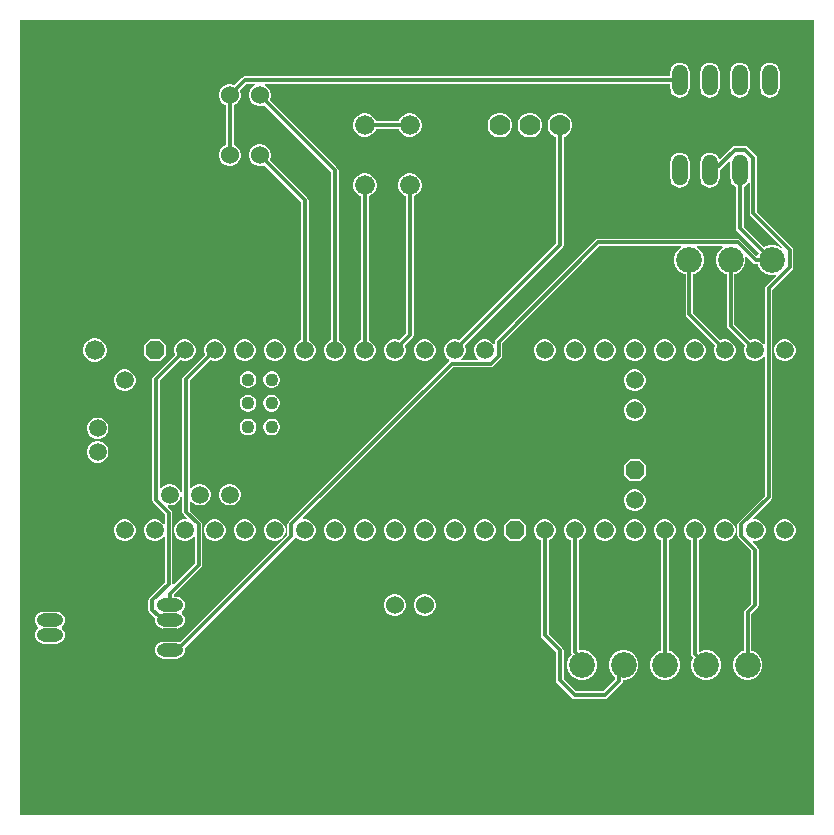
<source format=gbr>
%TF.GenerationSoftware,Altium Limited,Altium Designer,23.10.1 (27)*%
G04 Layer_Physical_Order=2*
G04 Layer_Color=16711680*
%FSLAX45Y45*%
%MOMM*%
%TF.SameCoordinates,10BCB56E-5FA9-464D-A73E-0568A997705D*%
%TF.FilePolarity,Positive*%
%TF.FileFunction,Copper,L2,Bot,Signal*%
%TF.Part,Single*%
G01*
G75*
%TA.AperFunction,ComponentPad*%
%ADD10C,2.18440*%
%ADD11C,1.52400*%
%ADD12C,1.10795*%
%ADD13C,1.50800*%
%ADD14R,1.50800X1.50800*%
G04:AMPARAMS|DCode=15|XSize=1.508mm|YSize=1.508mm|CornerRadius=0mm|HoleSize=0mm|Usage=FLASHONLY|Rotation=90.000|XOffset=0mm|YOffset=0mm|HoleType=Round|Shape=Octagon|*
%AMOCTAGOND15*
4,1,8,0.37700,0.75400,-0.37700,0.75400,-0.75400,0.37700,-0.75400,-0.37700,-0.37700,-0.75400,0.37700,-0.75400,0.75400,-0.37700,0.75400,0.37700,0.37700,0.75400,0.0*
%
%ADD15OCTAGOND15*%

%ADD16C,1.67640*%
%ADD17R,1.50800X1.50800*%
%ADD18C,1.77800*%
%ADD19O,1.32080X2.64160*%
%ADD20O,2.21590X1.10795*%
%TA.AperFunction,Conductor*%
%ADD21C,0.30480*%
G36*
X9897529Y1143000D02*
X3175000D01*
Y7874000D01*
X9897529D01*
Y1143000D01*
D02*
G37*
%LPC*%
G36*
X9525000Y7514021D02*
X9503782Y7511228D01*
X9484009Y7503038D01*
X9467031Y7490009D01*
X9454002Y7473031D01*
X9445812Y7453258D01*
X9443019Y7432040D01*
Y7299960D01*
X9445812Y7278742D01*
X9454002Y7258969D01*
X9467031Y7241991D01*
X9484009Y7228962D01*
X9503782Y7220772D01*
X9525000Y7217979D01*
X9546218Y7220772D01*
X9565991Y7228962D01*
X9582969Y7241991D01*
X9595998Y7258969D01*
X9604188Y7278742D01*
X9606981Y7299960D01*
Y7432040D01*
X9604188Y7453258D01*
X9595998Y7473031D01*
X9582969Y7490009D01*
X9565991Y7503038D01*
X9546218Y7511228D01*
X9525000Y7514021D01*
D02*
G37*
G36*
X9271000D02*
X9249782Y7511228D01*
X9230009Y7503038D01*
X9213031Y7490009D01*
X9200002Y7473031D01*
X9191812Y7453258D01*
X9189019Y7432040D01*
Y7299960D01*
X9191812Y7278742D01*
X9200002Y7258969D01*
X9213031Y7241991D01*
X9230009Y7228962D01*
X9249782Y7220772D01*
X9271000Y7217979D01*
X9292218Y7220772D01*
X9311991Y7228962D01*
X9328969Y7241991D01*
X9341998Y7258969D01*
X9350188Y7278742D01*
X9352981Y7299960D01*
Y7432040D01*
X9350188Y7453258D01*
X9341998Y7473031D01*
X9328969Y7490009D01*
X9311991Y7503038D01*
X9292218Y7511228D01*
X9271000Y7514021D01*
D02*
G37*
G36*
X9017000D02*
X8995782Y7511228D01*
X8976009Y7503038D01*
X8959031Y7490009D01*
X8946002Y7473031D01*
X8937812Y7453258D01*
X8935019Y7432040D01*
Y7299960D01*
X8937812Y7278742D01*
X8946002Y7258969D01*
X8959031Y7241991D01*
X8976009Y7228962D01*
X8995782Y7220772D01*
X9017000Y7217979D01*
X9038218Y7220772D01*
X9057991Y7228962D01*
X9074969Y7241991D01*
X9087998Y7258969D01*
X9096188Y7278742D01*
X9098981Y7299960D01*
Y7432040D01*
X9096188Y7453258D01*
X9087998Y7473031D01*
X9074969Y7490009D01*
X9057991Y7503038D01*
X9038218Y7511228D01*
X9017000Y7514021D01*
D02*
G37*
G36*
X8763000D02*
X8741782Y7511228D01*
X8722009Y7503038D01*
X8705031Y7490009D01*
X8692002Y7473031D01*
X8683812Y7453258D01*
X8681019Y7432040D01*
Y7397077D01*
X5080000D01*
X5068107Y7394712D01*
X5058025Y7387975D01*
X4992076Y7322025D01*
X4988295Y7324208D01*
X4965038Y7330440D01*
X4940962D01*
X4917705Y7324208D01*
X4896855Y7312170D01*
X4879830Y7295145D01*
X4867792Y7274295D01*
X4861560Y7251038D01*
Y7226962D01*
X4867792Y7203705D01*
X4879830Y7182855D01*
X4896855Y7165830D01*
X4917705Y7153792D01*
X4921923Y7152662D01*
Y6817338D01*
X4917705Y6816208D01*
X4896855Y6804170D01*
X4879830Y6787145D01*
X4867792Y6766295D01*
X4861560Y6743038D01*
Y6718962D01*
X4867792Y6695705D01*
X4879830Y6674855D01*
X4896855Y6657830D01*
X4917705Y6645792D01*
X4940962Y6639560D01*
X4965038D01*
X4988295Y6645792D01*
X5009145Y6657830D01*
X5026170Y6674855D01*
X5038208Y6695705D01*
X5044440Y6718962D01*
Y6743038D01*
X5038208Y6766295D01*
X5026170Y6787145D01*
X5009145Y6804170D01*
X4988295Y6816208D01*
X4984077Y6817338D01*
Y7152662D01*
X4988295Y7153792D01*
X5009145Y7165830D01*
X5026170Y7182855D01*
X5038208Y7203705D01*
X5044440Y7226962D01*
Y7251038D01*
X5038208Y7274295D01*
X5036025Y7278076D01*
X5092872Y7334923D01*
X5164863D01*
X5168266Y7322223D01*
X5150855Y7312170D01*
X5133830Y7295145D01*
X5121792Y7274295D01*
X5115560Y7251038D01*
Y7226962D01*
X5121792Y7203705D01*
X5133830Y7182855D01*
X5150855Y7165830D01*
X5171705Y7153792D01*
X5194962Y7147560D01*
X5219038D01*
X5242295Y7153792D01*
X5246076Y7155975D01*
X5810923Y6591128D01*
Y5165510D01*
X5807014Y5164463D01*
X5786346Y5152530D01*
X5769470Y5135654D01*
X5757537Y5114986D01*
X5751360Y5091933D01*
Y5068067D01*
X5757537Y5045014D01*
X5769470Y5024346D01*
X5786346Y5007470D01*
X5807014Y4995537D01*
X5830067Y4989360D01*
X5853933D01*
X5876986Y4995537D01*
X5897654Y5007470D01*
X5914530Y5024346D01*
X5926463Y5045014D01*
X5932640Y5068067D01*
Y5091933D01*
X5926463Y5114986D01*
X5914530Y5135654D01*
X5897654Y5152530D01*
X5876986Y5164463D01*
X5873077Y5165510D01*
Y6604000D01*
X5870712Y6615893D01*
X5863975Y6625975D01*
X5290025Y7199924D01*
X5292208Y7203705D01*
X5298440Y7226962D01*
Y7251038D01*
X5292208Y7274295D01*
X5280170Y7295145D01*
X5263145Y7312170D01*
X5245734Y7322223D01*
X5249137Y7334923D01*
X8681019D01*
Y7299960D01*
X8683812Y7278742D01*
X8692002Y7258969D01*
X8705031Y7241991D01*
X8722009Y7228962D01*
X8741782Y7220772D01*
X8763000Y7217979D01*
X8784218Y7220772D01*
X8803991Y7228962D01*
X8820969Y7241991D01*
X8833998Y7258969D01*
X8842188Y7278742D01*
X8844981Y7299960D01*
Y7432040D01*
X8842188Y7453258D01*
X8833998Y7473031D01*
X8820969Y7490009D01*
X8803991Y7503038D01*
X8784218Y7511228D01*
X8763000Y7514021D01*
D02*
G37*
G36*
X6490041Y7084060D02*
X6463959D01*
X6438764Y7077309D01*
X6416176Y7064268D01*
X6397732Y7045824D01*
X6384691Y7023236D01*
X6382773Y7016077D01*
X6190227D01*
X6188309Y7023236D01*
X6175268Y7045824D01*
X6156824Y7064268D01*
X6134236Y7077309D01*
X6109041Y7084060D01*
X6082959D01*
X6057764Y7077309D01*
X6035176Y7064268D01*
X6016732Y7045824D01*
X6003691Y7023236D01*
X5996940Y6998041D01*
Y6971959D01*
X6003691Y6946764D01*
X6016732Y6924176D01*
X6035176Y6905732D01*
X6057764Y6892691D01*
X6082959Y6885940D01*
X6109041D01*
X6134236Y6892691D01*
X6156824Y6905732D01*
X6175268Y6924176D01*
X6188309Y6946764D01*
X6190227Y6953923D01*
X6382773D01*
X6384691Y6946764D01*
X6397732Y6924176D01*
X6416176Y6905732D01*
X6438764Y6892691D01*
X6463959Y6885940D01*
X6490041D01*
X6515236Y6892691D01*
X6537824Y6905732D01*
X6556268Y6924176D01*
X6569309Y6946764D01*
X6576060Y6971959D01*
Y6998041D01*
X6569309Y7023236D01*
X6556268Y7045824D01*
X6537824Y7064268D01*
X6515236Y7077309D01*
X6490041Y7084060D01*
D02*
G37*
G36*
X7506710Y7089140D02*
X7479290D01*
X7452803Y7082043D01*
X7429057Y7068333D01*
X7409667Y7048943D01*
X7395957Y7025197D01*
X7388860Y6998710D01*
Y6971290D01*
X7395957Y6944803D01*
X7409667Y6921057D01*
X7429057Y6901667D01*
X7452803Y6887957D01*
X7479290Y6880860D01*
X7506710D01*
X7533197Y6887957D01*
X7556943Y6901667D01*
X7576333Y6921057D01*
X7590043Y6944803D01*
X7597140Y6971290D01*
Y6998710D01*
X7590043Y7025197D01*
X7576333Y7048943D01*
X7556943Y7068333D01*
X7533197Y7082043D01*
X7506710Y7089140D01*
D02*
G37*
G36*
X7252710D02*
X7225290D01*
X7198803Y7082043D01*
X7175057Y7068333D01*
X7155667Y7048943D01*
X7141957Y7025197D01*
X7134860Y6998710D01*
Y6971290D01*
X7141957Y6944803D01*
X7155667Y6921057D01*
X7175057Y6901667D01*
X7198803Y6887957D01*
X7225290Y6880860D01*
X7252710D01*
X7279197Y6887957D01*
X7302943Y6901667D01*
X7322333Y6921057D01*
X7336043Y6944803D01*
X7343140Y6971290D01*
Y6998710D01*
X7336043Y7025197D01*
X7322333Y7048943D01*
X7302943Y7068333D01*
X7279197Y7082043D01*
X7252710Y7089140D01*
D02*
G37*
G36*
X8763000Y6752021D02*
X8741782Y6749228D01*
X8722009Y6741038D01*
X8705031Y6728009D01*
X8692002Y6711031D01*
X8683812Y6691258D01*
X8681019Y6670040D01*
Y6537960D01*
X8683812Y6516742D01*
X8692002Y6496969D01*
X8705031Y6479991D01*
X8722009Y6466962D01*
X8741782Y6458772D01*
X8763000Y6455979D01*
X8784218Y6458772D01*
X8803991Y6466962D01*
X8820969Y6479991D01*
X8833998Y6496969D01*
X8842188Y6516742D01*
X8844981Y6537960D01*
Y6670040D01*
X8842188Y6691258D01*
X8833998Y6711031D01*
X8820969Y6728009D01*
X8803991Y6741038D01*
X8784218Y6749228D01*
X8763000Y6752021D01*
D02*
G37*
G36*
X6490041Y6576060D02*
X6463959D01*
X6438764Y6569309D01*
X6416176Y6556268D01*
X6397732Y6537824D01*
X6384691Y6515236D01*
X6377940Y6490041D01*
Y6463959D01*
X6384691Y6438764D01*
X6397732Y6416176D01*
X6416176Y6397732D01*
X6438764Y6384691D01*
X6445923Y6382773D01*
Y5219872D01*
X6388490Y5162440D01*
X6384986Y5164463D01*
X6361933Y5170640D01*
X6338067D01*
X6315014Y5164463D01*
X6294346Y5152530D01*
X6277470Y5135654D01*
X6265537Y5114986D01*
X6259360Y5091933D01*
Y5068067D01*
X6265537Y5045014D01*
X6277470Y5024346D01*
X6294346Y5007470D01*
X6315014Y4995537D01*
X6338067Y4989360D01*
X6361933D01*
X6384986Y4995537D01*
X6405654Y5007470D01*
X6422530Y5024346D01*
X6434463Y5045014D01*
X6440640Y5068067D01*
Y5091933D01*
X6434463Y5114986D01*
X6432440Y5118490D01*
X6498975Y5185025D01*
X6505712Y5195107D01*
X6508077Y5207000D01*
Y6382773D01*
X6515236Y6384691D01*
X6537824Y6397732D01*
X6556268Y6416176D01*
X6569309Y6438764D01*
X6576060Y6463959D01*
Y6490041D01*
X6569309Y6515236D01*
X6556268Y6537824D01*
X6537824Y6556268D01*
X6515236Y6569309D01*
X6490041Y6576060D01*
D02*
G37*
G36*
X9663933Y5170640D02*
X9640067D01*
X9617014Y5164463D01*
X9596346Y5152530D01*
X9579470Y5135654D01*
X9567537Y5114986D01*
X9561360Y5091933D01*
Y5068067D01*
X9567537Y5045014D01*
X9579470Y5024346D01*
X9596346Y5007470D01*
X9617014Y4995537D01*
X9640067Y4989360D01*
X9663933D01*
X9686986Y4995537D01*
X9707654Y5007470D01*
X9724530Y5024346D01*
X9736463Y5045014D01*
X9742640Y5068067D01*
Y5091933D01*
X9736463Y5114986D01*
X9724530Y5135654D01*
X9707654Y5152530D01*
X9686986Y5164463D01*
X9663933Y5170640D01*
D02*
G37*
G36*
X8901933D02*
X8878067D01*
X8855014Y5164463D01*
X8834346Y5152530D01*
X8817470Y5135654D01*
X8805537Y5114986D01*
X8799360Y5091933D01*
Y5068067D01*
X8805537Y5045014D01*
X8817470Y5024346D01*
X8834346Y5007470D01*
X8855014Y4995537D01*
X8878067Y4989360D01*
X8901933D01*
X8924986Y4995537D01*
X8945654Y5007470D01*
X8962530Y5024346D01*
X8974463Y5045014D01*
X8980640Y5068067D01*
Y5091933D01*
X8974463Y5114986D01*
X8962530Y5135654D01*
X8945654Y5152530D01*
X8924986Y5164463D01*
X8901933Y5170640D01*
D02*
G37*
G36*
X8647933D02*
X8624067D01*
X8601014Y5164463D01*
X8580346Y5152530D01*
X8563470Y5135654D01*
X8551537Y5114986D01*
X8545360Y5091933D01*
Y5068067D01*
X8551537Y5045014D01*
X8563470Y5024346D01*
X8580346Y5007470D01*
X8601014Y4995537D01*
X8624067Y4989360D01*
X8647933D01*
X8670986Y4995537D01*
X8691654Y5007470D01*
X8708530Y5024346D01*
X8720463Y5045014D01*
X8726640Y5068067D01*
Y5091933D01*
X8720463Y5114986D01*
X8708530Y5135654D01*
X8691654Y5152530D01*
X8670986Y5164463D01*
X8647933Y5170640D01*
D02*
G37*
G36*
X8393933D02*
X8370067D01*
X8347014Y5164463D01*
X8326346Y5152530D01*
X8309470Y5135654D01*
X8297537Y5114986D01*
X8291360Y5091933D01*
Y5068067D01*
X8297537Y5045014D01*
X8309470Y5024346D01*
X8326346Y5007470D01*
X8347014Y4995537D01*
X8370067Y4989360D01*
X8393933D01*
X8416986Y4995537D01*
X8437654Y5007470D01*
X8454530Y5024346D01*
X8466463Y5045014D01*
X8472640Y5068067D01*
Y5091933D01*
X8466463Y5114986D01*
X8454530Y5135654D01*
X8437654Y5152530D01*
X8416986Y5164463D01*
X8393933Y5170640D01*
D02*
G37*
G36*
X8139933D02*
X8116067D01*
X8093014Y5164463D01*
X8072346Y5152530D01*
X8055470Y5135654D01*
X8043537Y5114986D01*
X8037360Y5091933D01*
Y5068067D01*
X8043537Y5045014D01*
X8055470Y5024346D01*
X8072346Y5007470D01*
X8093014Y4995537D01*
X8116067Y4989360D01*
X8139933D01*
X8162986Y4995537D01*
X8183654Y5007470D01*
X8200530Y5024346D01*
X8212463Y5045014D01*
X8218640Y5068067D01*
Y5091933D01*
X8212463Y5114986D01*
X8200530Y5135654D01*
X8183654Y5152530D01*
X8162986Y5164463D01*
X8139933Y5170640D01*
D02*
G37*
G36*
X7885933D02*
X7862067D01*
X7839014Y5164463D01*
X7818346Y5152530D01*
X7801470Y5135654D01*
X7789537Y5114986D01*
X7783360Y5091933D01*
Y5068067D01*
X7789537Y5045014D01*
X7801470Y5024346D01*
X7818346Y5007470D01*
X7839014Y4995537D01*
X7862067Y4989360D01*
X7885933D01*
X7908986Y4995537D01*
X7929654Y5007470D01*
X7946530Y5024346D01*
X7958463Y5045014D01*
X7964640Y5068067D01*
Y5091933D01*
X7958463Y5114986D01*
X7946530Y5135654D01*
X7929654Y5152530D01*
X7908986Y5164463D01*
X7885933Y5170640D01*
D02*
G37*
G36*
X7631933D02*
X7608067D01*
X7585014Y5164463D01*
X7564346Y5152530D01*
X7547470Y5135654D01*
X7535537Y5114986D01*
X7529360Y5091933D01*
Y5068067D01*
X7535537Y5045014D01*
X7547470Y5024346D01*
X7564346Y5007470D01*
X7585014Y4995537D01*
X7608067Y4989360D01*
X7631933D01*
X7654986Y4995537D01*
X7675654Y5007470D01*
X7692530Y5024346D01*
X7704463Y5045014D01*
X7710640Y5068067D01*
Y5091933D01*
X7704463Y5114986D01*
X7692530Y5135654D01*
X7675654Y5152530D01*
X7654986Y5164463D01*
X7631933Y5170640D01*
D02*
G37*
G36*
X6615933D02*
X6592067D01*
X6569014Y5164463D01*
X6548346Y5152530D01*
X6531470Y5135654D01*
X6519537Y5114986D01*
X6513360Y5091933D01*
Y5068067D01*
X6519537Y5045014D01*
X6531470Y5024346D01*
X6548346Y5007470D01*
X6569014Y4995537D01*
X6592067Y4989360D01*
X6615933D01*
X6638986Y4995537D01*
X6659654Y5007470D01*
X6676530Y5024346D01*
X6688463Y5045014D01*
X6694640Y5068067D01*
Y5091933D01*
X6688463Y5114986D01*
X6676530Y5135654D01*
X6659654Y5152530D01*
X6638986Y5164463D01*
X6615933Y5170640D01*
D02*
G37*
G36*
X6109041Y6576060D02*
X6082959D01*
X6057764Y6569309D01*
X6035176Y6556268D01*
X6016732Y6537824D01*
X6003691Y6515236D01*
X5996940Y6490041D01*
Y6463959D01*
X6003691Y6438764D01*
X6016732Y6416176D01*
X6035176Y6397732D01*
X6057764Y6384691D01*
X6064923Y6382773D01*
Y5165510D01*
X6061014Y5164463D01*
X6040346Y5152530D01*
X6023470Y5135654D01*
X6011537Y5114986D01*
X6005360Y5091933D01*
Y5068067D01*
X6011537Y5045014D01*
X6023470Y5024346D01*
X6040346Y5007470D01*
X6061014Y4995537D01*
X6084067Y4989360D01*
X6107933D01*
X6130986Y4995537D01*
X6151654Y5007470D01*
X6168530Y5024346D01*
X6180463Y5045014D01*
X6186640Y5068067D01*
Y5091933D01*
X6180463Y5114986D01*
X6168530Y5135654D01*
X6151654Y5152530D01*
X6130986Y5164463D01*
X6127077Y5165510D01*
Y6382773D01*
X6134236Y6384691D01*
X6156824Y6397732D01*
X6175268Y6416176D01*
X6188309Y6438764D01*
X6195060Y6463959D01*
Y6490041D01*
X6188309Y6515236D01*
X6175268Y6537824D01*
X6156824Y6556268D01*
X6134236Y6569309D01*
X6109041Y6576060D01*
D02*
G37*
G36*
X5219038Y6822440D02*
X5194962D01*
X5171705Y6816208D01*
X5150855Y6804170D01*
X5133830Y6787145D01*
X5121792Y6766295D01*
X5115560Y6743038D01*
Y6718962D01*
X5121792Y6695705D01*
X5133830Y6674855D01*
X5150855Y6657830D01*
X5171705Y6645792D01*
X5194962Y6639560D01*
X5219038D01*
X5242295Y6645792D01*
X5246076Y6647975D01*
X5556923Y6337128D01*
Y5165510D01*
X5553014Y5164463D01*
X5532346Y5152530D01*
X5515470Y5135654D01*
X5503537Y5114986D01*
X5497360Y5091933D01*
Y5068067D01*
X5503537Y5045014D01*
X5515470Y5024346D01*
X5532346Y5007470D01*
X5553014Y4995537D01*
X5576067Y4989360D01*
X5599933D01*
X5622986Y4995537D01*
X5643654Y5007470D01*
X5660530Y5024346D01*
X5672463Y5045014D01*
X5678640Y5068067D01*
Y5091933D01*
X5672463Y5114986D01*
X5660530Y5135654D01*
X5643654Y5152530D01*
X5622986Y5164463D01*
X5619077Y5165510D01*
Y6350000D01*
X5616712Y6361893D01*
X5609975Y6371975D01*
X5290025Y6691924D01*
X5292208Y6695705D01*
X5298440Y6718962D01*
Y6743038D01*
X5292208Y6766295D01*
X5280170Y6787145D01*
X5263145Y6804170D01*
X5242295Y6816208D01*
X5219038Y6822440D01*
D02*
G37*
G36*
X5345933Y5170640D02*
X5322067D01*
X5299014Y5164463D01*
X5278346Y5152530D01*
X5261470Y5135654D01*
X5249537Y5114986D01*
X5243360Y5091933D01*
Y5068067D01*
X5249537Y5045014D01*
X5261470Y5024346D01*
X5278346Y5007470D01*
X5299014Y4995537D01*
X5322067Y4989360D01*
X5345933D01*
X5368986Y4995537D01*
X5389654Y5007470D01*
X5406530Y5024346D01*
X5418463Y5045014D01*
X5424640Y5068067D01*
Y5091933D01*
X5418463Y5114986D01*
X5406530Y5135654D01*
X5389654Y5152530D01*
X5368986Y5164463D01*
X5345933Y5170640D01*
D02*
G37*
G36*
X5091933D02*
X5068067D01*
X5045014Y5164463D01*
X5024346Y5152530D01*
X5007470Y5135654D01*
X4995537Y5114986D01*
X4989360Y5091933D01*
Y5068067D01*
X4995537Y5045014D01*
X5007470Y5024346D01*
X5024346Y5007470D01*
X5045014Y4995537D01*
X5068067Y4989360D01*
X5091933D01*
X5114986Y4995537D01*
X5135654Y5007470D01*
X5152530Y5024346D01*
X5164463Y5045014D01*
X5170640Y5068067D01*
Y5091933D01*
X5164463Y5114986D01*
X5152530Y5135654D01*
X5135654Y5152530D01*
X5114986Y5164463D01*
X5091933Y5170640D01*
D02*
G37*
G36*
X4837933D02*
X4814067D01*
X4791014Y5164463D01*
X4770346Y5152530D01*
X4753470Y5135654D01*
X4741537Y5114986D01*
X4735360Y5091933D01*
Y5068067D01*
X4741537Y5045014D01*
X4743560Y5041510D01*
X4560998Y4858948D01*
X4554261Y4848866D01*
X4551896Y4836973D01*
Y3709137D01*
X4554261Y3697244D01*
X4560998Y3687162D01*
X4589997Y3658163D01*
X4584405Y3647537D01*
X4583559Y3646640D01*
X4560067D01*
X4537014Y3640463D01*
X4516346Y3628530D01*
X4499470Y3611654D01*
X4487537Y3590986D01*
X4481360Y3567933D01*
Y3544067D01*
X4487537Y3521014D01*
X4499470Y3500346D01*
X4516346Y3483470D01*
X4537014Y3471537D01*
X4560067Y3465360D01*
X4583933D01*
X4606986Y3471537D01*
X4627654Y3483470D01*
X4644275Y3500091D01*
X4645463Y3500058D01*
X4656975Y3496502D01*
Y3274740D01*
X4476733Y3094498D01*
X4465028Y3100754D01*
X4465130Y3101264D01*
Y3702863D01*
X4462764Y3714756D01*
X4456027Y3724838D01*
X4427038Y3753827D01*
X4432566Y3764401D01*
X4433466Y3765360D01*
X4456933D01*
X4479986Y3771537D01*
X4500654Y3783469D01*
X4517530Y3800345D01*
X4529463Y3821014D01*
X4535640Y3844066D01*
Y3867932D01*
X4529463Y3890985D01*
X4517530Y3911654D01*
X4500654Y3928529D01*
X4479986Y3940462D01*
X4456933Y3946639D01*
X4433067D01*
X4410014Y3940462D01*
X4389346Y3928529D01*
X4372750Y3911934D01*
X4371446Y3911974D01*
X4360050Y3915542D01*
Y4824100D01*
X4533510Y4997560D01*
X4537014Y4995537D01*
X4560067Y4989360D01*
X4583933D01*
X4606986Y4995537D01*
X4627654Y5007470D01*
X4644530Y5024346D01*
X4656463Y5045014D01*
X4662640Y5068067D01*
Y5091933D01*
X4656463Y5114986D01*
X4644530Y5135654D01*
X4627654Y5152530D01*
X4606986Y5164463D01*
X4583933Y5170640D01*
X4560067D01*
X4537014Y5164463D01*
X4516346Y5152530D01*
X4499470Y5135654D01*
X4487537Y5114986D01*
X4481360Y5091933D01*
Y5068067D01*
X4487537Y5045014D01*
X4489560Y5041510D01*
X4306998Y4858948D01*
X4300261Y4848866D01*
X4297896Y4836973D01*
Y3807943D01*
X4300261Y3796050D01*
X4306998Y3785968D01*
X4402975Y3689990D01*
Y3615498D01*
X4391463Y3611942D01*
X4390275Y3611909D01*
X4373654Y3628530D01*
X4352986Y3640463D01*
X4329933Y3646640D01*
X4306067D01*
X4283014Y3640463D01*
X4262346Y3628530D01*
X4245470Y3611654D01*
X4233537Y3590986D01*
X4227360Y3567933D01*
Y3544067D01*
X4233537Y3521014D01*
X4245470Y3500346D01*
X4262346Y3483470D01*
X4283014Y3471537D01*
X4306067Y3465360D01*
X4329933D01*
X4352986Y3471537D01*
X4373654Y3483470D01*
X4390275Y3500091D01*
X4391463Y3500058D01*
X4402975Y3496502D01*
Y3114137D01*
X4271590Y2982751D01*
X4264854Y2972669D01*
X4262488Y2960776D01*
Y2881224D01*
X4264854Y2869331D01*
X4271590Y2859249D01*
X4320506Y2810333D01*
X4318356Y2794000D01*
X4320783Y2775560D01*
X4327901Y2758376D01*
X4339223Y2743621D01*
X4353979Y2732298D01*
X4371162Y2725181D01*
X4389603Y2722753D01*
X4500397D01*
X4518838Y2725181D01*
X4536021Y2732298D01*
X4550777Y2743621D01*
X4562099Y2758376D01*
X4569217Y2775560D01*
X4571644Y2794000D01*
X4569217Y2812440D01*
X4562099Y2829623D01*
X4550777Y2844379D01*
X4544108Y2849496D01*
Y2865504D01*
X4550777Y2870621D01*
X4562099Y2885376D01*
X4569217Y2902560D01*
X4571644Y2921000D01*
X4569217Y2939440D01*
X4562099Y2956623D01*
X4550777Y2971379D01*
X4536021Y2982702D01*
X4518838Y2989819D01*
X4500397Y2992247D01*
X4476077D01*
Y3005943D01*
X4710027Y3239893D01*
X4716764Y3249975D01*
X4719130Y3261868D01*
Y3604057D01*
X4716764Y3615950D01*
X4710027Y3626032D01*
X4614050Y3722009D01*
Y3796457D01*
X4625446Y3800025D01*
X4626750Y3800065D01*
X4643346Y3783469D01*
X4664014Y3771537D01*
X4687067Y3765360D01*
X4710933D01*
X4733986Y3771537D01*
X4754654Y3783469D01*
X4771530Y3800345D01*
X4783463Y3821014D01*
X4789640Y3844066D01*
Y3867932D01*
X4783463Y3890985D01*
X4771530Y3911654D01*
X4754654Y3928529D01*
X4733986Y3940462D01*
X4710933Y3946639D01*
X4687067D01*
X4664014Y3940462D01*
X4643346Y3928529D01*
X4626750Y3911934D01*
X4625446Y3911974D01*
X4614050Y3915542D01*
Y4824100D01*
X4787510Y4997560D01*
X4791014Y4995537D01*
X4814067Y4989360D01*
X4837933D01*
X4860986Y4995537D01*
X4881654Y5007470D01*
X4898530Y5024346D01*
X4910463Y5045014D01*
X4916640Y5068067D01*
Y5091933D01*
X4910463Y5114986D01*
X4898530Y5135654D01*
X4881654Y5152530D01*
X4860986Y5164463D01*
X4837933Y5170640D01*
D02*
G37*
G36*
X4363320D02*
X4272680D01*
X4227360Y5125320D01*
Y5034680D01*
X4272680Y4989360D01*
X4363320D01*
X4408640Y5034680D01*
Y5125320D01*
X4363320Y5170640D01*
D02*
G37*
G36*
X3823041Y5179060D02*
X3796959D01*
X3771764Y5172309D01*
X3749176Y5159268D01*
X3730732Y5140824D01*
X3717691Y5118236D01*
X3710940Y5093041D01*
Y5066959D01*
X3717691Y5041764D01*
X3730732Y5019176D01*
X3749176Y5000732D01*
X3771764Y4987691D01*
X3796959Y4980940D01*
X3823041D01*
X3848236Y4987691D01*
X3870824Y5000732D01*
X3889268Y5019176D01*
X3902309Y5041764D01*
X3909060Y5066959D01*
Y5093041D01*
X3902309Y5118236D01*
X3889268Y5140824D01*
X3870824Y5159268D01*
X3848236Y5172309D01*
X3823041Y5179060D01*
D02*
G37*
G36*
X5316300Y4900625D02*
X5297700D01*
X5279735Y4895811D01*
X5263627Y4886512D01*
X5250476Y4873360D01*
X5241176Y4857253D01*
X5236362Y4839288D01*
Y4820688D01*
X5241176Y4802723D01*
X5250476Y4786615D01*
X5263627Y4773464D01*
X5279735Y4764164D01*
X5297700Y4759350D01*
X5316300D01*
X5334265Y4764164D01*
X5350372Y4773464D01*
X5363524Y4786615D01*
X5372823Y4802723D01*
X5377637Y4820688D01*
Y4839288D01*
X5372823Y4857253D01*
X5363524Y4873360D01*
X5350372Y4886512D01*
X5334265Y4895811D01*
X5316300Y4900625D01*
D02*
G37*
G36*
X5116300D02*
X5097700D01*
X5079735Y4895811D01*
X5063628Y4886512D01*
X5050476Y4873360D01*
X5041177Y4857253D01*
X5036363Y4839288D01*
Y4820688D01*
X5041177Y4802723D01*
X5050476Y4786615D01*
X5063628Y4773464D01*
X5079735Y4764164D01*
X5097700Y4759350D01*
X5116300D01*
X5134265Y4764164D01*
X5150373Y4773464D01*
X5163524Y4786615D01*
X5172824Y4802723D01*
X5177638Y4820688D01*
Y4839288D01*
X5172824Y4857253D01*
X5163524Y4873360D01*
X5150373Y4886512D01*
X5134265Y4895811D01*
X5116300Y4900625D01*
D02*
G37*
G36*
X8393933Y4916640D02*
X8370067D01*
X8347014Y4910463D01*
X8326346Y4898530D01*
X8309470Y4881654D01*
X8297537Y4860986D01*
X8291360Y4837933D01*
Y4814067D01*
X8297537Y4791014D01*
X8309470Y4770346D01*
X8326346Y4753470D01*
X8347014Y4741537D01*
X8370067Y4735360D01*
X8393933D01*
X8416986Y4741537D01*
X8437654Y4753470D01*
X8454530Y4770346D01*
X8466463Y4791014D01*
X8472640Y4814067D01*
Y4837933D01*
X8466463Y4860986D01*
X8454530Y4881654D01*
X8437654Y4898530D01*
X8416986Y4910463D01*
X8393933Y4916640D01*
D02*
G37*
G36*
X4075933D02*
X4052067D01*
X4029014Y4910463D01*
X4008346Y4898530D01*
X3991470Y4881654D01*
X3979537Y4860986D01*
X3973360Y4837933D01*
Y4814067D01*
X3979537Y4791014D01*
X3991470Y4770346D01*
X4008346Y4753470D01*
X4029014Y4741537D01*
X4052067Y4735360D01*
X4075933D01*
X4098986Y4741537D01*
X4119654Y4753470D01*
X4136530Y4770346D01*
X4148463Y4791014D01*
X4154640Y4814067D01*
Y4837933D01*
X4148463Y4860986D01*
X4136530Y4881654D01*
X4119654Y4898530D01*
X4098986Y4910463D01*
X4075933Y4916640D01*
D02*
G37*
G36*
X5316300Y4700626D02*
X5297700D01*
X5279735Y4695812D01*
X5263627Y4686512D01*
X5250476Y4673361D01*
X5241176Y4657253D01*
X5236362Y4639288D01*
Y4620688D01*
X5241176Y4602723D01*
X5250476Y4586616D01*
X5263627Y4573464D01*
X5279735Y4564165D01*
X5297700Y4559351D01*
X5316300D01*
X5334265Y4564165D01*
X5350372Y4573464D01*
X5363524Y4586616D01*
X5372823Y4602723D01*
X5377637Y4620688D01*
Y4639288D01*
X5372823Y4657253D01*
X5363524Y4673361D01*
X5350372Y4686512D01*
X5334265Y4695812D01*
X5316300Y4700626D01*
D02*
G37*
G36*
X5116300D02*
X5097700D01*
X5079735Y4695812D01*
X5063628Y4686512D01*
X5050476Y4673361D01*
X5041177Y4657253D01*
X5036363Y4639288D01*
Y4620688D01*
X5041177Y4602723D01*
X5050476Y4586616D01*
X5063628Y4573464D01*
X5079735Y4564165D01*
X5097700Y4559351D01*
X5116300D01*
X5134265Y4564165D01*
X5150373Y4573464D01*
X5163524Y4586616D01*
X5172824Y4602723D01*
X5177638Y4620688D01*
Y4639288D01*
X5172824Y4657253D01*
X5163524Y4673361D01*
X5150373Y4686512D01*
X5134265Y4695812D01*
X5116300Y4700626D01*
D02*
G37*
G36*
X8393933Y4662640D02*
X8370067D01*
X8347014Y4656463D01*
X8326346Y4644530D01*
X8309470Y4627654D01*
X8297537Y4606986D01*
X8291360Y4583933D01*
Y4560067D01*
X8297537Y4537014D01*
X8309470Y4516346D01*
X8326346Y4499470D01*
X8347014Y4487537D01*
X8370067Y4481360D01*
X8393933D01*
X8416986Y4487537D01*
X8437654Y4499470D01*
X8454530Y4516346D01*
X8466463Y4537014D01*
X8472640Y4560067D01*
Y4583933D01*
X8466463Y4606986D01*
X8454530Y4627654D01*
X8437654Y4644530D01*
X8416986Y4656463D01*
X8393933Y4662640D01*
D02*
G37*
G36*
X5316300Y4500626D02*
X5297700D01*
X5279735Y4495812D01*
X5263627Y4486513D01*
X5250476Y4473361D01*
X5241176Y4457254D01*
X5236362Y4439288D01*
Y4420689D01*
X5241176Y4402723D01*
X5250476Y4386616D01*
X5263627Y4373464D01*
X5279735Y4364165D01*
X5297700Y4359351D01*
X5316300D01*
X5334265Y4364165D01*
X5350372Y4373464D01*
X5363524Y4386616D01*
X5372823Y4402723D01*
X5377637Y4420689D01*
Y4439288D01*
X5372823Y4457254D01*
X5363524Y4473361D01*
X5350372Y4486513D01*
X5334265Y4495812D01*
X5316300Y4500626D01*
D02*
G37*
G36*
X5116300D02*
X5097700D01*
X5079735Y4495812D01*
X5063628Y4486513D01*
X5050476Y4473361D01*
X5041177Y4457254D01*
X5036363Y4439288D01*
Y4420689D01*
X5041177Y4402723D01*
X5050476Y4386616D01*
X5063628Y4373464D01*
X5079735Y4364165D01*
X5097700Y4359351D01*
X5116300D01*
X5134265Y4364165D01*
X5150373Y4373464D01*
X5163524Y4386616D01*
X5172824Y4402723D01*
X5177638Y4420689D01*
Y4439288D01*
X5172824Y4457254D01*
X5163524Y4473361D01*
X5150373Y4486513D01*
X5134265Y4495812D01*
X5116300Y4500626D01*
D02*
G37*
G36*
X3844945Y4508640D02*
X3821079D01*
X3798027Y4502463D01*
X3777358Y4490530D01*
X3760482Y4473654D01*
X3748550Y4452986D01*
X3742372Y4429933D01*
Y4406067D01*
X3748550Y4383014D01*
X3760482Y4362346D01*
X3777358Y4345470D01*
X3798027Y4333537D01*
X3821079Y4327360D01*
X3844945D01*
X3867998Y4333537D01*
X3888667Y4345470D01*
X3905542Y4362346D01*
X3917475Y4383014D01*
X3923652Y4406067D01*
Y4429933D01*
X3917475Y4452986D01*
X3905542Y4473654D01*
X3888667Y4490530D01*
X3867998Y4502463D01*
X3844945Y4508640D01*
D02*
G37*
G36*
Y4308640D02*
X3821079D01*
X3798027Y4302463D01*
X3777358Y4290530D01*
X3760482Y4273654D01*
X3748550Y4252986D01*
X3742372Y4229933D01*
Y4206067D01*
X3748550Y4183014D01*
X3760482Y4162346D01*
X3777358Y4145470D01*
X3798027Y4133537D01*
X3821079Y4127360D01*
X3844945D01*
X3867998Y4133537D01*
X3888667Y4145470D01*
X3905542Y4162346D01*
X3917475Y4183014D01*
X3923652Y4206067D01*
Y4229933D01*
X3917475Y4252986D01*
X3905542Y4273654D01*
X3888667Y4290530D01*
X3867998Y4302463D01*
X3844945Y4308640D01*
D02*
G37*
G36*
X8427320Y4154640D02*
X8336680D01*
X8291360Y4109320D01*
Y4018680D01*
X8336680Y3973360D01*
X8427320D01*
X8472640Y4018680D01*
Y4109320D01*
X8427320Y4154640D01*
D02*
G37*
G36*
X4964933Y3946639D02*
X4941067D01*
X4918014Y3940462D01*
X4897346Y3928529D01*
X4880470Y3911654D01*
X4868537Y3890985D01*
X4862360Y3867932D01*
Y3844066D01*
X4868537Y3821014D01*
X4880470Y3800345D01*
X4897346Y3783469D01*
X4918014Y3771537D01*
X4941067Y3765360D01*
X4964933D01*
X4987986Y3771537D01*
X5008654Y3783469D01*
X5025530Y3800345D01*
X5037463Y3821014D01*
X5043640Y3844066D01*
Y3867932D01*
X5037463Y3890985D01*
X5025530Y3911654D01*
X5008654Y3928529D01*
X4987986Y3940462D01*
X4964933Y3946639D01*
D02*
G37*
G36*
X8393933Y3900640D02*
X8370067D01*
X8347014Y3894463D01*
X8326346Y3882530D01*
X8309470Y3865654D01*
X8297537Y3844986D01*
X8291360Y3821933D01*
Y3798067D01*
X8297537Y3775014D01*
X8309470Y3754346D01*
X8326346Y3737470D01*
X8347014Y3725537D01*
X8370067Y3719360D01*
X8393933D01*
X8416986Y3725537D01*
X8437654Y3737470D01*
X8454530Y3754346D01*
X8466463Y3775014D01*
X8472640Y3798067D01*
Y3821933D01*
X8466463Y3844986D01*
X8454530Y3865654D01*
X8437654Y3882530D01*
X8416986Y3894463D01*
X8393933Y3900640D01*
D02*
G37*
G36*
X9663933Y3646640D02*
X9640067D01*
X9617014Y3640463D01*
X9596346Y3628530D01*
X9579470Y3611654D01*
X9567537Y3590986D01*
X9561360Y3567933D01*
Y3544067D01*
X9567537Y3521014D01*
X9579470Y3500346D01*
X9596346Y3483470D01*
X9617014Y3471537D01*
X9640067Y3465360D01*
X9663933D01*
X9686986Y3471537D01*
X9707654Y3483470D01*
X9724530Y3500346D01*
X9736463Y3521014D01*
X9742640Y3544067D01*
Y3567933D01*
X9736463Y3590986D01*
X9724530Y3611654D01*
X9707654Y3628530D01*
X9686986Y3640463D01*
X9663933Y3646640D01*
D02*
G37*
G36*
X9155933D02*
X9132067D01*
X9109014Y3640463D01*
X9088346Y3628530D01*
X9071470Y3611654D01*
X9059537Y3590986D01*
X9053360Y3567933D01*
Y3544067D01*
X9059537Y3521014D01*
X9071470Y3500346D01*
X9088346Y3483470D01*
X9109014Y3471537D01*
X9132067Y3465360D01*
X9155933D01*
X9178986Y3471537D01*
X9199654Y3483470D01*
X9216530Y3500346D01*
X9228463Y3521014D01*
X9234640Y3544067D01*
Y3567933D01*
X9228463Y3590986D01*
X9216530Y3611654D01*
X9199654Y3628530D01*
X9178986Y3640463D01*
X9155933Y3646640D01*
D02*
G37*
G36*
X8393933D02*
X8370067D01*
X8347014Y3640463D01*
X8326346Y3628530D01*
X8309470Y3611654D01*
X8297537Y3590986D01*
X8291360Y3567933D01*
Y3544067D01*
X8297537Y3521014D01*
X8309470Y3500346D01*
X8326346Y3483470D01*
X8347014Y3471537D01*
X8370067Y3465360D01*
X8393933D01*
X8416986Y3471537D01*
X8437654Y3483470D01*
X8454530Y3500346D01*
X8466463Y3521014D01*
X8472640Y3544067D01*
Y3567933D01*
X8466463Y3590986D01*
X8454530Y3611654D01*
X8437654Y3628530D01*
X8416986Y3640463D01*
X8393933Y3646640D01*
D02*
G37*
G36*
X8139933D02*
X8116067D01*
X8093014Y3640463D01*
X8072346Y3628530D01*
X8055470Y3611654D01*
X8043537Y3590986D01*
X8037360Y3567933D01*
Y3544067D01*
X8043537Y3521014D01*
X8055470Y3500346D01*
X8072346Y3483470D01*
X8093014Y3471537D01*
X8116067Y3465360D01*
X8139933D01*
X8162986Y3471537D01*
X8183654Y3483470D01*
X8200530Y3500346D01*
X8212463Y3521014D01*
X8218640Y3544067D01*
Y3567933D01*
X8212463Y3590986D01*
X8200530Y3611654D01*
X8183654Y3628530D01*
X8162986Y3640463D01*
X8139933Y3646640D01*
D02*
G37*
G36*
X7411320D02*
X7320680D01*
X7275360Y3601320D01*
Y3510680D01*
X7320680Y3465360D01*
X7411320D01*
X7456640Y3510680D01*
Y3601320D01*
X7411320Y3646640D01*
D02*
G37*
G36*
X7123933D02*
X7100067D01*
X7077014Y3640463D01*
X7056346Y3628530D01*
X7039470Y3611654D01*
X7027537Y3590986D01*
X7021360Y3567933D01*
Y3544067D01*
X7027537Y3521014D01*
X7039470Y3500346D01*
X7056346Y3483470D01*
X7077014Y3471537D01*
X7100067Y3465360D01*
X7123933D01*
X7146986Y3471537D01*
X7167654Y3483470D01*
X7184530Y3500346D01*
X7196463Y3521014D01*
X7202640Y3544067D01*
Y3567933D01*
X7196463Y3590986D01*
X7184530Y3611654D01*
X7167654Y3628530D01*
X7146986Y3640463D01*
X7123933Y3646640D01*
D02*
G37*
G36*
X6869933D02*
X6846067D01*
X6823014Y3640463D01*
X6802346Y3628530D01*
X6785470Y3611654D01*
X6773537Y3590986D01*
X6767360Y3567933D01*
Y3544067D01*
X6773537Y3521014D01*
X6785470Y3500346D01*
X6802346Y3483470D01*
X6823014Y3471537D01*
X6846067Y3465360D01*
X6869933D01*
X6892986Y3471537D01*
X6913654Y3483470D01*
X6930530Y3500346D01*
X6942463Y3521014D01*
X6948640Y3544067D01*
Y3567933D01*
X6942463Y3590986D01*
X6930530Y3611654D01*
X6913654Y3628530D01*
X6892986Y3640463D01*
X6869933Y3646640D01*
D02*
G37*
G36*
X6615933D02*
X6592067D01*
X6569014Y3640463D01*
X6548346Y3628530D01*
X6531470Y3611654D01*
X6519537Y3590986D01*
X6513360Y3567933D01*
Y3544067D01*
X6519537Y3521014D01*
X6531470Y3500346D01*
X6548346Y3483470D01*
X6569014Y3471537D01*
X6592067Y3465360D01*
X6615933D01*
X6638986Y3471537D01*
X6659654Y3483470D01*
X6676530Y3500346D01*
X6688463Y3521014D01*
X6694640Y3544067D01*
Y3567933D01*
X6688463Y3590986D01*
X6676530Y3611654D01*
X6659654Y3628530D01*
X6638986Y3640463D01*
X6615933Y3646640D01*
D02*
G37*
G36*
X6361933D02*
X6338067D01*
X6315014Y3640463D01*
X6294346Y3628530D01*
X6277470Y3611654D01*
X6265537Y3590986D01*
X6259360Y3567933D01*
Y3544067D01*
X6265537Y3521014D01*
X6277470Y3500346D01*
X6294346Y3483470D01*
X6315014Y3471537D01*
X6338067Y3465360D01*
X6361933D01*
X6384986Y3471537D01*
X6405654Y3483470D01*
X6422530Y3500346D01*
X6434463Y3521014D01*
X6440640Y3544067D01*
Y3567933D01*
X6434463Y3590986D01*
X6422530Y3611654D01*
X6405654Y3628530D01*
X6384986Y3640463D01*
X6361933Y3646640D01*
D02*
G37*
G36*
X6107933D02*
X6084067D01*
X6061014Y3640463D01*
X6040346Y3628530D01*
X6023470Y3611654D01*
X6011537Y3590986D01*
X6005360Y3567933D01*
Y3544067D01*
X6011537Y3521014D01*
X6023470Y3500346D01*
X6040346Y3483470D01*
X6061014Y3471537D01*
X6084067Y3465360D01*
X6107933D01*
X6130986Y3471537D01*
X6151654Y3483470D01*
X6168530Y3500346D01*
X6180463Y3521014D01*
X6186640Y3544067D01*
Y3567933D01*
X6180463Y3590986D01*
X6168530Y3611654D01*
X6151654Y3628530D01*
X6130986Y3640463D01*
X6107933Y3646640D01*
D02*
G37*
G36*
X5853933D02*
X5830067D01*
X5807014Y3640463D01*
X5786346Y3628530D01*
X5769470Y3611654D01*
X5757537Y3590986D01*
X5751360Y3567933D01*
Y3544067D01*
X5757537Y3521014D01*
X5769470Y3500346D01*
X5786346Y3483470D01*
X5807014Y3471537D01*
X5830067Y3465360D01*
X5853933D01*
X5876986Y3471537D01*
X5897654Y3483470D01*
X5914530Y3500346D01*
X5926463Y3521014D01*
X5932640Y3544067D01*
Y3567933D01*
X5926463Y3590986D01*
X5914530Y3611654D01*
X5897654Y3628530D01*
X5876986Y3640463D01*
X5853933Y3646640D01*
D02*
G37*
G36*
X5345933D02*
X5322067D01*
X5299014Y3640463D01*
X5278346Y3628530D01*
X5261470Y3611654D01*
X5249537Y3590986D01*
X5243360Y3567933D01*
Y3544067D01*
X5249537Y3521014D01*
X5261470Y3500346D01*
X5278346Y3483470D01*
X5299014Y3471537D01*
X5322067Y3465360D01*
X5345933D01*
X5368986Y3471537D01*
X5389654Y3483470D01*
X5406530Y3500346D01*
X5418463Y3521014D01*
X5424640Y3544067D01*
Y3567933D01*
X5418463Y3590986D01*
X5406530Y3611654D01*
X5389654Y3628530D01*
X5368986Y3640463D01*
X5345933Y3646640D01*
D02*
G37*
G36*
X5091933D02*
X5068067D01*
X5045014Y3640463D01*
X5024346Y3628530D01*
X5007470Y3611654D01*
X4995537Y3590986D01*
X4989360Y3567933D01*
Y3544067D01*
X4995537Y3521014D01*
X5007470Y3500346D01*
X5024346Y3483470D01*
X5045014Y3471537D01*
X5068067Y3465360D01*
X5091933D01*
X5114986Y3471537D01*
X5135654Y3483470D01*
X5152530Y3500346D01*
X5164463Y3521014D01*
X5170640Y3544067D01*
Y3567933D01*
X5164463Y3590986D01*
X5152530Y3611654D01*
X5135654Y3628530D01*
X5114986Y3640463D01*
X5091933Y3646640D01*
D02*
G37*
G36*
X4837933D02*
X4814067D01*
X4791014Y3640463D01*
X4770346Y3628530D01*
X4753470Y3611654D01*
X4741537Y3590986D01*
X4735360Y3567933D01*
Y3544067D01*
X4741537Y3521014D01*
X4753470Y3500346D01*
X4770346Y3483470D01*
X4791014Y3471537D01*
X4814067Y3465360D01*
X4837933D01*
X4860986Y3471537D01*
X4881654Y3483470D01*
X4898530Y3500346D01*
X4910463Y3521014D01*
X4916640Y3544067D01*
Y3567933D01*
X4910463Y3590986D01*
X4898530Y3611654D01*
X4881654Y3628530D01*
X4860986Y3640463D01*
X4837933Y3646640D01*
D02*
G37*
G36*
X4075933D02*
X4052067D01*
X4029014Y3640463D01*
X4008346Y3628530D01*
X3991470Y3611654D01*
X3979537Y3590986D01*
X3973360Y3567933D01*
Y3544067D01*
X3979537Y3521014D01*
X3991470Y3500346D01*
X4008346Y3483470D01*
X4029014Y3471537D01*
X4052067Y3465360D01*
X4075933D01*
X4098986Y3471537D01*
X4119654Y3483470D01*
X4136530Y3500346D01*
X4148463Y3521014D01*
X4154640Y3544067D01*
Y3567933D01*
X4148463Y3590986D01*
X4136530Y3611654D01*
X4119654Y3628530D01*
X4098986Y3640463D01*
X4075933Y3646640D01*
D02*
G37*
G36*
X6616038Y3012440D02*
X6591962D01*
X6568705Y3006208D01*
X6547855Y2994170D01*
X6530830Y2977145D01*
X6518792Y2956295D01*
X6512560Y2933038D01*
Y2908962D01*
X6518792Y2885705D01*
X6530830Y2864855D01*
X6547855Y2847830D01*
X6568705Y2835792D01*
X6591962Y2829560D01*
X6616038D01*
X6639295Y2835792D01*
X6660145Y2847830D01*
X6677170Y2864855D01*
X6689208Y2885705D01*
X6695440Y2908962D01*
Y2933038D01*
X6689208Y2956295D01*
X6677170Y2977145D01*
X6660145Y2994170D01*
X6639295Y3006208D01*
X6616038Y3012440D01*
D02*
G37*
G36*
X6362038D02*
X6337962D01*
X6314705Y3006208D01*
X6293855Y2994170D01*
X6276830Y2977145D01*
X6264792Y2956295D01*
X6258560Y2933038D01*
Y2908962D01*
X6264792Y2885705D01*
X6276830Y2864855D01*
X6293855Y2847830D01*
X6314705Y2835792D01*
X6337962Y2829560D01*
X6362038D01*
X6385295Y2835792D01*
X6406145Y2847830D01*
X6423170Y2864855D01*
X6435208Y2885705D01*
X6441440Y2908962D01*
Y2933038D01*
X6435208Y2956295D01*
X6423170Y2977145D01*
X6406145Y2994170D01*
X6385295Y3006208D01*
X6362038Y3012440D01*
D02*
G37*
G36*
X3484397Y2865247D02*
X3373603D01*
X3355162Y2862819D01*
X3337979Y2855702D01*
X3323223Y2844379D01*
X3311901Y2829623D01*
X3304783Y2812440D01*
X3302356Y2794000D01*
X3304783Y2775560D01*
X3311901Y2758376D01*
X3323223Y2743621D01*
X3329892Y2738504D01*
Y2722496D01*
X3323223Y2717379D01*
X3311901Y2702623D01*
X3304783Y2685440D01*
X3302356Y2667000D01*
X3304783Y2648560D01*
X3311901Y2631376D01*
X3323223Y2616621D01*
X3337979Y2605298D01*
X3355162Y2598181D01*
X3373603Y2595753D01*
X3484397D01*
X3502838Y2598181D01*
X3520021Y2605298D01*
X3534777Y2616621D01*
X3546099Y2631376D01*
X3553217Y2648560D01*
X3555644Y2667000D01*
X3553217Y2685440D01*
X3546099Y2702623D01*
X3534777Y2717379D01*
X3528108Y2722496D01*
Y2738504D01*
X3534777Y2743621D01*
X3546099Y2758376D01*
X3553217Y2775560D01*
X3555644Y2794000D01*
X3553217Y2812440D01*
X3546099Y2829623D01*
X3534777Y2844379D01*
X3520021Y2855702D01*
X3502838Y2862819D01*
X3484397Y2865247D01*
D02*
G37*
G36*
X7760710Y7089140D02*
X7733290D01*
X7706803Y7082043D01*
X7683057Y7068333D01*
X7663667Y7048943D01*
X7649957Y7025197D01*
X7642860Y6998710D01*
Y6971290D01*
X7649957Y6944803D01*
X7663667Y6921057D01*
X7683057Y6901667D01*
X7706803Y6887957D01*
X7715923Y6885514D01*
Y5981873D01*
X6896490Y5162440D01*
X6892986Y5164463D01*
X6869933Y5170640D01*
X6846067D01*
X6823014Y5164463D01*
X6802346Y5152530D01*
X6785470Y5135654D01*
X6773537Y5114986D01*
X6767360Y5091933D01*
Y5068067D01*
X6773537Y5045014D01*
X6785470Y5024346D01*
X6802346Y5007470D01*
X6811408Y5002238D01*
X6811898Y4987290D01*
X6809888Y4985948D01*
X5449998Y3626031D01*
X5443261Y3615949D01*
X5440896Y3604057D01*
Y3515609D01*
X4529616Y2604354D01*
X4518838Y2608819D01*
X4500397Y2611247D01*
X4389603D01*
X4371162Y2608819D01*
X4353979Y2601702D01*
X4339223Y2590379D01*
X4327901Y2575623D01*
X4320783Y2558440D01*
X4318356Y2540000D01*
X4320783Y2521560D01*
X4327901Y2504377D01*
X4339223Y2489621D01*
X4353979Y2478298D01*
X4371162Y2471181D01*
X4389603Y2468753D01*
X4500397D01*
X4518838Y2471181D01*
X4536021Y2478298D01*
X4550777Y2489621D01*
X4562099Y2504377D01*
X4569217Y2521560D01*
X4571644Y2540000D01*
X4569494Y2556333D01*
X5493947Y3480761D01*
X5500684Y3490843D01*
X5502121Y3498066D01*
X5515470Y3500346D01*
X5532346Y3483470D01*
X5553014Y3471537D01*
X5576067Y3465360D01*
X5599933D01*
X5622986Y3471537D01*
X5643654Y3483470D01*
X5660530Y3500346D01*
X5672463Y3521014D01*
X5678640Y3544067D01*
Y3567933D01*
X5672463Y3590986D01*
X5660530Y3611654D01*
X5643654Y3628530D01*
X5622986Y3640463D01*
X5599933Y3646640D01*
X5576465D01*
X5575568Y3647595D01*
X5570036Y3658172D01*
X6844736Y4932896D01*
X7160057D01*
X7165840Y4934046D01*
X7171944Y4935259D01*
X7171947Y4935261D01*
X7171950Y4935261D01*
X7176851Y4938536D01*
X7182028Y4941994D01*
X7250023Y5009964D01*
X7250025Y5009967D01*
X7250027Y5009968D01*
X7253256Y5014800D01*
X7256762Y5020045D01*
X7256762Y5020048D01*
X7256764Y5020050D01*
X7258122Y5026875D01*
X7259130Y5031937D01*
X7259129Y5031940D01*
X7259130Y5031943D01*
Y5137435D01*
X8082453Y5960783D01*
X8773412D01*
X8776815Y5948083D01*
X8765574Y5941593D01*
X8742401Y5918420D01*
X8726016Y5890040D01*
X8717534Y5858386D01*
Y5825614D01*
X8726016Y5793960D01*
X8742401Y5765580D01*
X8765574Y5742407D01*
X8793954Y5726022D01*
X8810917Y5721477D01*
Y5382006D01*
X8813282Y5370113D01*
X8820019Y5360031D01*
X9061560Y5118490D01*
X9059537Y5114986D01*
X9053360Y5091933D01*
Y5068067D01*
X9059537Y5045014D01*
X9071470Y5024346D01*
X9088346Y5007470D01*
X9109014Y4995537D01*
X9132067Y4989360D01*
X9155933D01*
X9178986Y4995537D01*
X9199654Y5007470D01*
X9216530Y5024346D01*
X9228463Y5045014D01*
X9234640Y5068067D01*
Y5091933D01*
X9228463Y5114986D01*
X9216530Y5135654D01*
X9199654Y5152530D01*
X9178986Y5164463D01*
X9155933Y5170640D01*
X9132067D01*
X9109014Y5164463D01*
X9105510Y5162440D01*
X8873071Y5394878D01*
Y5721477D01*
X8890034Y5726022D01*
X8918414Y5742407D01*
X8941587Y5765580D01*
X8957972Y5793960D01*
X8966454Y5825614D01*
Y5858386D01*
X8957972Y5890040D01*
X8941587Y5918420D01*
X8918414Y5941593D01*
X8907173Y5948083D01*
X8910576Y5960783D01*
X9123424D01*
X9126827Y5948083D01*
X9115586Y5941593D01*
X9092413Y5918420D01*
X9076028Y5890040D01*
X9067546Y5858386D01*
Y5825614D01*
X9076028Y5793960D01*
X9092413Y5765580D01*
X9115586Y5742407D01*
X9143966Y5726022D01*
X9160929Y5721477D01*
Y5285994D01*
X9163294Y5274101D01*
X9170031Y5264019D01*
X9315560Y5118490D01*
X9313537Y5114986D01*
X9307360Y5091933D01*
Y5068067D01*
X9313537Y5045014D01*
X9325470Y5024346D01*
X9342346Y5007470D01*
X9363014Y4995537D01*
X9386067Y4989360D01*
X9409933D01*
X9432986Y4995537D01*
X9453654Y5007470D01*
X9470275Y5024091D01*
X9471463Y5024058D01*
X9482975Y5020502D01*
Y3849009D01*
X9259998Y3626032D01*
X9253261Y3615950D01*
X9250896Y3604057D01*
Y3507943D01*
X9252033Y3502223D01*
X9253260Y3496054D01*
X9253261Y3496052D01*
X9253261Y3496050D01*
X9256486Y3491225D01*
X9259995Y3485971D01*
X9362027Y3383914D01*
X9362029Y3383913D01*
X9362030Y3383911D01*
X9366923Y3379018D01*
Y2933873D01*
X9314024Y2880973D01*
X9307287Y2870891D01*
X9304921Y2858999D01*
Y2533523D01*
X9287959Y2528978D01*
X9259578Y2512593D01*
X9236406Y2489420D01*
X9220020Y2461040D01*
X9211539Y2429386D01*
Y2396614D01*
X9220020Y2364960D01*
X9236406Y2336580D01*
X9259578Y2313407D01*
X9287959Y2297022D01*
X9319613Y2288540D01*
X9352384D01*
X9384038Y2297022D01*
X9412419Y2313407D01*
X9435591Y2336580D01*
X9451977Y2364960D01*
X9460459Y2396614D01*
Y2429386D01*
X9451977Y2461040D01*
X9435591Y2489420D01*
X9412419Y2512593D01*
X9384038Y2528978D01*
X9367076Y2533523D01*
Y2846126D01*
X9419975Y2899025D01*
X9426712Y2909107D01*
X9429077Y2921000D01*
Y3391891D01*
X9426712Y3403783D01*
X9419975Y3413865D01*
X9405983Y3427858D01*
X9405982Y3427858D01*
X9380012Y3453834D01*
X9385587Y3464446D01*
X9386448Y3465360D01*
X9409933D01*
X9432986Y3471537D01*
X9453654Y3483470D01*
X9470530Y3500346D01*
X9482463Y3521014D01*
X9488640Y3544067D01*
Y3567933D01*
X9482463Y3590986D01*
X9470530Y3611654D01*
X9453654Y3628530D01*
X9432986Y3640463D01*
X9409933Y3646640D01*
X9386466D01*
X9385566Y3647598D01*
X9380038Y3658173D01*
X9536027Y3814162D01*
X9542764Y3824244D01*
X9545130Y3836137D01*
Y5589226D01*
X9713829Y5757949D01*
X9716921Y5762578D01*
X9720564Y5768030D01*
X9720565Y5768031D01*
X9720565Y5768032D01*
X9721606Y5773269D01*
X9722930Y5779922D01*
Y5929147D01*
X9720564Y5941040D01*
X9713827Y5951122D01*
X9415082Y6249868D01*
Y6707911D01*
X9412716Y6719804D01*
X9405979Y6729886D01*
X9337171Y6798695D01*
X9327089Y6805432D01*
X9315196Y6807797D01*
X9226804D01*
X9214911Y6805432D01*
X9204829Y6798695D01*
X9106261Y6700127D01*
X9091280Y6703106D01*
X9087998Y6711031D01*
X9074969Y6728009D01*
X9057991Y6741038D01*
X9038218Y6749228D01*
X9017000Y6752021D01*
X8995782Y6749228D01*
X8976009Y6741038D01*
X8959031Y6728009D01*
X8946002Y6711031D01*
X8937812Y6691258D01*
X8935019Y6670040D01*
Y6537960D01*
X8937812Y6516742D01*
X8946002Y6496969D01*
X8959031Y6479991D01*
X8976009Y6466962D01*
X8995782Y6458772D01*
X9017000Y6455979D01*
X9038218Y6458772D01*
X9057991Y6466962D01*
X9074969Y6479991D01*
X9087998Y6496969D01*
X9096188Y6516742D01*
X9098981Y6537960D01*
Y6604948D01*
X9178049Y6684015D01*
X9190078Y6678083D01*
X9189019Y6670040D01*
Y6537960D01*
X9191812Y6516742D01*
X9200002Y6496969D01*
X9213031Y6479991D01*
X9230009Y6466962D01*
X9239923Y6462856D01*
Y6112993D01*
X9242288Y6101100D01*
X9249025Y6091018D01*
X9434795Y5905248D01*
X9426014Y5890040D01*
X9424281Y5883572D01*
X9410116Y5879777D01*
X9276058Y6013835D01*
X9265976Y6020572D01*
X9254084Y6022937D01*
X8069580D01*
X8057687Y6020572D01*
X8047605Y6013835D01*
X7206077Y5172282D01*
X7199341Y5162199D01*
X7196975Y5150307D01*
Y5139498D01*
X7185463Y5135942D01*
X7184275Y5135909D01*
X7167654Y5152530D01*
X7146986Y5164463D01*
X7123933Y5170640D01*
X7100067D01*
X7077014Y5164463D01*
X7056346Y5152530D01*
X7039470Y5135654D01*
X7027537Y5114986D01*
X7021360Y5091933D01*
Y5068067D01*
X7027537Y5045014D01*
X7039470Y5024346D01*
X7056066Y5007750D01*
X7056025Y5006446D01*
X7052458Y4995050D01*
X6917542D01*
X6913975Y5006446D01*
X6913934Y5007750D01*
X6930530Y5024346D01*
X6942463Y5045014D01*
X6948640Y5068067D01*
Y5091933D01*
X6942463Y5114986D01*
X6940440Y5118490D01*
X7768975Y5947025D01*
X7775712Y5957107D01*
X7778077Y5969000D01*
Y6885514D01*
X7787197Y6887957D01*
X7810943Y6901667D01*
X7830333Y6921057D01*
X7844043Y6944803D01*
X7851140Y6971290D01*
Y6998710D01*
X7844043Y7025197D01*
X7830333Y7048943D01*
X7810943Y7068333D01*
X7787197Y7082043D01*
X7760710Y7089140D01*
D02*
G37*
G36*
X8901933Y3646640D02*
X8878067D01*
X8855014Y3640463D01*
X8834346Y3628530D01*
X8817470Y3611654D01*
X8805537Y3590986D01*
X8799360Y3567933D01*
Y3544067D01*
X8805537Y3521014D01*
X8817470Y3500346D01*
X8834346Y3483470D01*
X8855014Y3471537D01*
X8858923Y3470490D01*
Y2508987D01*
X8861288Y2497094D01*
X8868025Y2487012D01*
X8878789Y2476248D01*
X8870008Y2461040D01*
X8861527Y2429386D01*
Y2396614D01*
X8870008Y2364960D01*
X8886394Y2336580D01*
X8909566Y2313407D01*
X8937947Y2297022D01*
X8969601Y2288540D01*
X9002372D01*
X9034026Y2297022D01*
X9062407Y2313407D01*
X9085579Y2336580D01*
X9101965Y2364960D01*
X9110447Y2396614D01*
Y2429386D01*
X9101965Y2461040D01*
X9085579Y2489420D01*
X9062407Y2512593D01*
X9034026Y2528978D01*
X9002372Y2537460D01*
X8969601D01*
X8937947Y2528978D01*
X8933777Y2526571D01*
X8921077Y2533903D01*
Y3470490D01*
X8924986Y3471537D01*
X8945654Y3483470D01*
X8962530Y3500346D01*
X8974463Y3521014D01*
X8980640Y3544067D01*
Y3567933D01*
X8974463Y3590986D01*
X8962530Y3611654D01*
X8945654Y3628530D01*
X8924986Y3640463D01*
X8901933Y3646640D01*
D02*
G37*
G36*
X8647933D02*
X8624067D01*
X8601014Y3640463D01*
X8580346Y3628530D01*
X8563470Y3611654D01*
X8551537Y3590986D01*
X8545360Y3567933D01*
Y3544067D01*
X8551537Y3521014D01*
X8563470Y3500346D01*
X8580346Y3483470D01*
X8601014Y3471537D01*
X8604923Y3470490D01*
Y2533523D01*
X8587960Y2528978D01*
X8559580Y2512593D01*
X8536407Y2489420D01*
X8520022Y2461040D01*
X8511540Y2429386D01*
Y2396614D01*
X8520022Y2364960D01*
X8536407Y2336580D01*
X8559580Y2313407D01*
X8587960Y2297022D01*
X8619614Y2288540D01*
X8652386D01*
X8684040Y2297022D01*
X8712420Y2313407D01*
X8735593Y2336580D01*
X8751978Y2364960D01*
X8760460Y2396614D01*
Y2429386D01*
X8751978Y2461040D01*
X8735593Y2489420D01*
X8712420Y2512593D01*
X8684040Y2528978D01*
X8667077Y2533523D01*
Y3470490D01*
X8670986Y3471537D01*
X8691654Y3483470D01*
X8708530Y3500346D01*
X8720463Y3521014D01*
X8726640Y3544067D01*
Y3567933D01*
X8720463Y3590986D01*
X8708530Y3611654D01*
X8691654Y3628530D01*
X8670986Y3640463D01*
X8647933Y3646640D01*
D02*
G37*
G36*
X7885933D02*
X7862067D01*
X7839014Y3640463D01*
X7818346Y3628530D01*
X7801470Y3611654D01*
X7789537Y3590986D01*
X7783360Y3567933D01*
Y3544067D01*
X7789537Y3521014D01*
X7801470Y3500346D01*
X7818346Y3483470D01*
X7839014Y3471537D01*
X7842923Y3470490D01*
Y2527238D01*
X7845288Y2515345D01*
X7852025Y2505263D01*
X7852138Y2505150D01*
X7836409Y2489420D01*
X7820023Y2461040D01*
X7811541Y2429386D01*
Y2396614D01*
X7820023Y2364960D01*
X7836409Y2336580D01*
X7859581Y2313407D01*
X7887962Y2297022D01*
X7919616Y2288540D01*
X7952387D01*
X7984041Y2297022D01*
X8012422Y2313407D01*
X8035594Y2336580D01*
X8051980Y2364960D01*
X8060461Y2396614D01*
Y2429386D01*
X8051980Y2461040D01*
X8035594Y2489420D01*
X8012422Y2512593D01*
X7984041Y2528978D01*
X7952387Y2537460D01*
X7919616D01*
X7916313Y2536575D01*
X7905077Y2545776D01*
Y3470490D01*
X7908986Y3471537D01*
X7929654Y3483470D01*
X7946530Y3500346D01*
X7958463Y3521014D01*
X7964640Y3544067D01*
Y3567933D01*
X7958463Y3590986D01*
X7946530Y3611654D01*
X7929654Y3628530D01*
X7908986Y3640463D01*
X7885933Y3646640D01*
D02*
G37*
G36*
X7631933D02*
X7608067D01*
X7585014Y3640463D01*
X7564346Y3628530D01*
X7547470Y3611654D01*
X7535537Y3590986D01*
X7529360Y3567933D01*
Y3544067D01*
X7535537Y3521014D01*
X7547470Y3500346D01*
X7564346Y3483470D01*
X7585014Y3471537D01*
X7588923Y3470490D01*
Y2667000D01*
X7591288Y2655107D01*
X7598025Y2645025D01*
X7715923Y2527128D01*
Y2286000D01*
X7718288Y2274107D01*
X7725025Y2264025D01*
X7852025Y2137025D01*
X7862107Y2130288D01*
X7874000Y2127923D01*
X8128000D01*
X8139893Y2130288D01*
X8149975Y2137025D01*
X8271026Y2258077D01*
X8277763Y2268159D01*
X8280129Y2280052D01*
Y2288540D01*
X8302374D01*
X8334028Y2297022D01*
X8362408Y2313407D01*
X8385581Y2336580D01*
X8401966Y2364960D01*
X8410448Y2396614D01*
Y2429386D01*
X8401966Y2461040D01*
X8385581Y2489420D01*
X8362408Y2512593D01*
X8334028Y2528978D01*
X8302374Y2537460D01*
X8269602D01*
X8237948Y2528978D01*
X8209568Y2512593D01*
X8186395Y2489420D01*
X8170010Y2461040D01*
X8161528Y2429386D01*
Y2396614D01*
X8170010Y2364960D01*
X8186395Y2336580D01*
X8209568Y2313407D01*
X8217974Y2308554D01*
Y2292924D01*
X8115128Y2190077D01*
X7886872D01*
X7778077Y2298872D01*
Y2540000D01*
X7775712Y2551893D01*
X7768975Y2561975D01*
X7651077Y2679872D01*
Y3470490D01*
X7654986Y3471537D01*
X7675654Y3483470D01*
X7692530Y3500346D01*
X7704463Y3521014D01*
X7710640Y3544067D01*
Y3567933D01*
X7704463Y3590986D01*
X7692530Y3611654D01*
X7675654Y3628530D01*
X7654986Y3640463D01*
X7631933Y3646640D01*
D02*
G37*
%LPD*%
G36*
X9349654Y6493002D02*
X9352927Y6491306D01*
Y6236995D01*
X9355293Y6225103D01*
X9362030Y6215021D01*
X9624044Y5953006D01*
X9616246Y5942843D01*
X9590032Y5957978D01*
X9558378Y5966460D01*
X9525607D01*
X9493953Y5957978D01*
X9478745Y5949198D01*
X9302077Y6125865D01*
Y6462856D01*
X9311991Y6466962D01*
X9328969Y6479991D01*
X9340227Y6494662D01*
X9349654Y6493002D01*
D02*
G37*
G36*
X9381969Y5820025D02*
X9392051Y5813288D01*
X9403944Y5810923D01*
X9421469D01*
X9426014Y5793960D01*
X9442400Y5765580D01*
X9465572Y5742407D01*
X9493953Y5726022D01*
X9525607Y5717540D01*
X9558378D01*
X9570938Y5720905D01*
X9577513Y5709519D01*
X9492076Y5624070D01*
X9488984Y5619442D01*
X9485341Y5613990D01*
X9485341Y5613989D01*
X9485340Y5613988D01*
X9484299Y5608750D01*
X9482975Y5602097D01*
Y5139498D01*
X9471463Y5135942D01*
X9470275Y5135909D01*
X9453654Y5152530D01*
X9432986Y5164463D01*
X9409933Y5170640D01*
X9386067D01*
X9363014Y5164463D01*
X9359510Y5162440D01*
X9223083Y5298866D01*
Y5721477D01*
X9240046Y5726022D01*
X9268426Y5742407D01*
X9291599Y5765580D01*
X9307984Y5793960D01*
X9316466Y5825614D01*
Y5858386D01*
X9313105Y5870928D01*
X9324492Y5877502D01*
X9381969Y5820025D01*
D02*
G37*
D10*
X9335999Y2413000D02*
D03*
X7585989D02*
D03*
X7936001D02*
D03*
X8285988D02*
D03*
X8636000D02*
D03*
X8985987D02*
D03*
X8492007Y5842000D02*
D03*
X8841994D02*
D03*
X9192006D02*
D03*
X9541993D02*
D03*
D11*
X5461000Y6731000D02*
D03*
X5207000D02*
D03*
X4953000D02*
D03*
X5461000Y7239000D02*
D03*
X5207000D02*
D03*
X4953000D02*
D03*
X6858000Y2921000D02*
D03*
X6604000D02*
D03*
X6350000D02*
D03*
D12*
X5307000Y4429989D02*
D03*
Y4629988D02*
D03*
Y4829988D02*
D03*
X5107000Y4429989D02*
D03*
Y4629988D02*
D03*
Y4829988D02*
D03*
D13*
X3833012Y4218000D02*
D03*
Y4418000D02*
D03*
X7620000Y3556000D02*
D03*
X5461000Y3855999D02*
D03*
X5207000D02*
D03*
X4953000D02*
D03*
X4699000D02*
D03*
X4445000D02*
D03*
X9652000Y5080000D02*
D03*
X9398000D02*
D03*
X9144000D02*
D03*
X8890000D02*
D03*
X8636000D02*
D03*
X8382000D02*
D03*
X8128000D02*
D03*
X7874000D02*
D03*
X7620000D02*
D03*
X9652000Y3556000D02*
D03*
X9398000D02*
D03*
X9144000D02*
D03*
X8890000D02*
D03*
X8636000D02*
D03*
X8382000D02*
D03*
X8128000D02*
D03*
X7874000D02*
D03*
X4572000Y5080000D02*
D03*
X4826000D02*
D03*
X5080000D02*
D03*
X5334000D02*
D03*
X5588000D02*
D03*
X5842000D02*
D03*
X6096000D02*
D03*
X6350000D02*
D03*
X6604000D02*
D03*
X6858000D02*
D03*
X4064000Y4826000D02*
D03*
X6858000Y3556000D02*
D03*
X6604000D02*
D03*
X6350000D02*
D03*
X6096000D02*
D03*
X5842000D02*
D03*
X5588000D02*
D03*
X5334000D02*
D03*
X5080000D02*
D03*
X4826000D02*
D03*
X4572000D02*
D03*
X4318000D02*
D03*
X4064000D02*
D03*
X7112000D02*
D03*
Y5080000D02*
D03*
X8382000Y4826000D02*
D03*
Y4572000D02*
D03*
Y3810000D02*
D03*
D14*
X7366000Y5080000D02*
D03*
X8382000Y4318000D02*
D03*
X3810000Y3556000D02*
D03*
D15*
X7366000D02*
D03*
X8382000Y4064000D02*
D03*
X4318000Y5080000D02*
D03*
D16*
X3810000D02*
D03*
X6096000Y6477000D02*
D03*
Y6731000D02*
D03*
Y6985000D02*
D03*
X6477000Y6477000D02*
D03*
Y6731000D02*
D03*
Y6985000D02*
D03*
D17*
X4064000Y5080000D02*
D03*
D18*
X7747000Y6985000D02*
D03*
X7493000D02*
D03*
X7239000D02*
D03*
X6985000D02*
D03*
D19*
X9525000Y7366000D02*
D03*
X9271000D02*
D03*
X9525000Y6604000D02*
D03*
X9271000D02*
D03*
X8763000Y7366000D02*
D03*
X9017000D02*
D03*
Y6604000D02*
D03*
X8763000D02*
D03*
D20*
X4445000Y2921000D02*
D03*
Y2794000D02*
D03*
Y2667000D02*
D03*
Y2540000D02*
D03*
X3429000Y2794000D02*
D03*
Y2667000D02*
D03*
D21*
X9335999Y2413000D02*
Y2858999D01*
X9398000Y2921000D01*
X9384005Y3405886D02*
X9398000Y3391891D01*
Y2921000D02*
Y3391891D01*
X7936001Y2413000D02*
Y2465236D01*
X7874000Y2527238D02*
Y3556000D01*
Y2527238D02*
X7936001Y2465236D01*
X8249052Y2376064D02*
X8285988Y2413000D01*
X8249052Y2280052D02*
Y2376064D01*
X8128000Y2159000D02*
X8249052Y2280052D01*
X7874000Y2159000D02*
X8128000D01*
X7747000Y2286000D02*
X7874000Y2159000D01*
X7747000Y2286000D02*
Y2540000D01*
X7620000Y2667000D02*
X7747000Y2540000D01*
X7620000Y2667000D02*
Y3556000D01*
X8890000Y2508987D02*
X8985987Y2413000D01*
X8890000Y2508987D02*
Y3556000D01*
X8636000Y2413000D02*
Y3556000D01*
X6858000Y5080000D02*
X7747000Y5969000D01*
Y6985000D01*
X6096000Y5080000D02*
Y6477000D01*
X6350000Y5080000D02*
X6477000Y5207000D01*
Y6477000D01*
X4582973Y4836973D02*
X4826000Y5080000D01*
X4582973Y3709137D02*
Y4836973D01*
Y3709137D02*
X4688053Y3604057D01*
Y3261868D02*
Y3604057D01*
X4445000Y3018815D02*
X4688053Y3261868D01*
X4445000Y2921000D02*
Y3018815D01*
X4328973Y4836973D02*
X4572000Y5080000D01*
X4328973Y3807943D02*
Y4836973D01*
Y3807943D02*
X4434053Y3702863D01*
Y3101264D02*
Y3702863D01*
X4293565Y2960776D02*
X4434053Y3101264D01*
X4349826Y2824963D02*
X4414037D01*
X4445000Y2794000D01*
X4293565Y2881224D02*
Y2960776D01*
Y2881224D02*
X4349826Y2824963D01*
X5588000Y5080000D02*
Y6350000D01*
X5207000Y6731000D02*
X5588000Y6350000D01*
X5842000Y5080000D02*
Y6604000D01*
X5207000Y7239000D02*
X5842000Y6604000D01*
X6096000Y6985000D02*
X6477000D01*
X8841994Y5382006D02*
X9144000Y5080000D01*
X8841994Y5382006D02*
Y5842000D01*
X9192006Y5285994D02*
X9398000Y5080000D01*
X9192006Y5285994D02*
Y5842000D01*
X9054084Y6604000D02*
X9226804Y6776720D01*
X9017000Y6604000D02*
X9054084D01*
X9281973Y3604057D02*
X9514053Y3836137D01*
Y5602097D01*
X9691853Y5779922D02*
Y5929147D01*
X9315196Y6776720D02*
X9384005Y6707911D01*
Y6236995D02*
X9691853Y5929147D01*
X9384005Y6236995D02*
Y6707911D01*
X9514053Y5602097D02*
X9691853Y5779922D01*
X9281973Y3507943D02*
X9384005Y3405886D01*
X9281973Y3507943D02*
Y3604057D01*
X9226804Y6776720D02*
X9315196D01*
X8069580Y5991860D02*
X9254084D01*
X6831863Y4963973D02*
X7160057D01*
X5471973Y3502736D02*
Y3604057D01*
X4540174Y2570963D02*
X5471973Y3502736D01*
X7228053Y5150307D02*
X8069580Y5991860D01*
X5471973Y3604057D02*
X6831863Y4963973D01*
X7228053Y5031943D02*
Y5150307D01*
X9254084Y5991860D02*
X9403944Y5842000D01*
X9541993D01*
X7160057Y4963973D02*
X7228053Y5031943D01*
X4475963Y2570963D02*
X4540174D01*
X4445000Y2540000D02*
X4475963Y2570963D01*
X9271000Y6112993D02*
Y6604000D01*
Y6112993D02*
X9541993Y5842000D01*
X5080000Y7366000D02*
X8763000D01*
X4953000Y7239000D02*
X5080000Y7366000D01*
X4953000Y6731000D02*
Y7239000D01*
%TF.MD5,9cb35072351376ddb782724329af46dd*%
M02*

</source>
